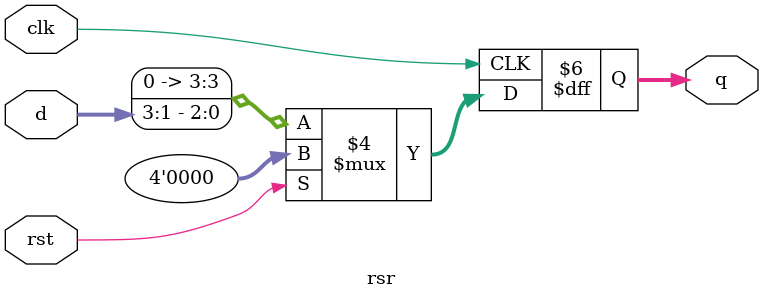
<source format=v>
`timescale 1ns / 1ps


module rsr(
    input clk,
    input rst,
    input [3:0] d,
    output reg [3:0] q
    );
    always@(posedge clk) begin
        if(rst == 1) begin
            q <= 1'b0;
        end
        else begin
            q <= {1'b0, d[3:1]};
        end
    end
endmodule

</source>
